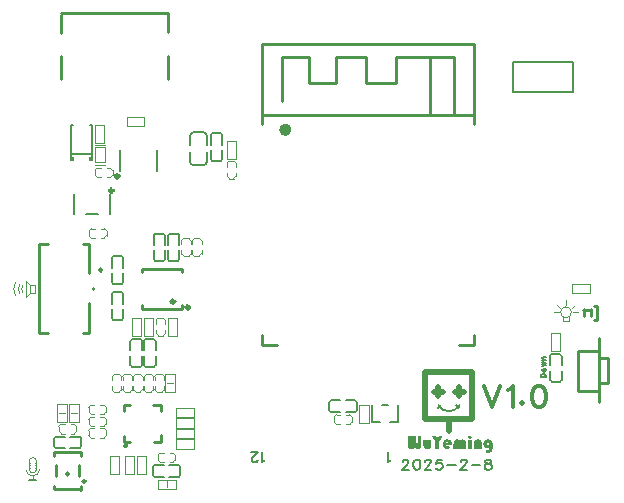
<source format=gto>
G04 Layer: TopSilkscreenLayer*
G04 EasyEDA Pro v2.2.34.8, 2025-02-19 17:22:18*
G04 Gerber Generator version 0.3*
G04 Scale: 100 percent, Rotated: No, Reflected: No*
G04 Dimensions in millimeters*
G04 Leading zeros omitted, absolute positions, 4 integers and 5 decimals*
%FSLAX45Y45*%
%MOMM*%
%ADD10C,0.18*%
%ADD11C,0.3*%
%ADD12C,0.127*%
%ADD13C,0.15*%
%ADD14C,0.1016*%
%ADD15C,0.0847*%
%ADD16C,0.0762*%
%ADD17C,0.5*%
%ADD18C,0.2*%
%ADD19C,0.1524*%
%ADD20C,0.1*%
%ADD21C,0.254*%
%ADD22C,0.2032*%
%ADD23C,0.203*%
G75*


G04 Text Start*
G36*
G01X17154024Y3515436D02*
G01X17157176Y3515194D01*
G01X17160085Y3515436D01*
G01X17164933Y3515921D01*
G01X17166873Y3516406D01*
G01X17169055Y3517133D01*
G01X17171236Y3518103D01*
G01X17173418Y3519315D01*
G01X17175600Y3520770D01*
G01X17177297Y3522224D01*
G01X17179721Y3524649D01*
G01X17181661Y3527073D01*
G01X17183115Y3528770D01*
G01X17184024Y3529436D01*
G01X17184812Y3529497D01*
G01X17185782Y3528527D01*
G01X17186994Y3526588D01*
G01X17188933Y3524164D01*
G01X17191115Y3522224D01*
G01X17192812Y3520770D01*
G01X17194024Y3519800D01*
G01X17197418Y3518103D01*
G01X17199600Y3517133D01*
G01X17202267Y3516406D01*
G01X17204691Y3515921D01*
G01X17208570Y3515436D01*
G01X17210751Y3515194D01*
G01X17212933Y3515436D01*
G01X17216812Y3515921D01*
G01X17219236Y3516649D01*
G01X17222145Y3517618D01*
G01X17224570Y3518830D01*
G01X17226751Y3520042D01*
G01X17228206Y3521012D01*
G01X17229418Y3521982D01*
G01X17233054Y3525618D01*
G01X17234267Y3527315D01*
G01X17235721Y3529497D01*
G01X17236933Y3531679D01*
G01X17237903Y3533861D01*
G01X17238630Y3535800D01*
G01X17239357Y3537982D01*
G01X17240085Y3541618D01*
G01X17240570Y3545012D01*
G01X17240812Y3585497D01*
G01X17240812Y3624770D01*
G01X17209297Y3624770D01*
G01X17209297Y3589618D01*
G01X17209054Y3553739D01*
G01X17208812Y3551800D01*
G01X17208327Y3549618D01*
G01X17207358Y3547921D01*
G01X17205176Y3546952D01*
G01X17202509Y3547194D01*
G01X17201054Y3548891D01*
G01X17200327Y3551800D01*
G01X17200085Y3589133D01*
G01X17200085Y3624770D01*
G01X17169055Y3624770D01*
G01X17168812Y3623557D01*
G01X17168570Y3587436D01*
G01X17168327Y3551800D01*
G01X17167842Y3549861D01*
G01X17166873Y3548164D01*
G01X17165418Y3547194D01*
G01X17163479Y3546709D01*
G01X17162327Y3546952D01*
G01X17161297Y3547679D01*
G01X17160085Y3549861D01*
G01X17159842Y3552285D01*
G01X17159600Y3554224D01*
G01X17159358Y3589860D01*
G01X17159358Y3624770D01*
G01X17128327Y3624770D01*
G01X17128085Y3623557D01*
G01X17127842Y3584042D01*
G01X17128085Y3545012D01*
G01X17128570Y3541133D01*
G01X17129539Y3536285D01*
G01X17130267Y3534103D01*
G01X17131236Y3531436D01*
G01X17132206Y3529497D01*
G01X17133176Y3527800D01*
G01X17134630Y3525618D01*
G01X17136327Y3523921D01*
G01X17137297Y3522709D01*
G01X17138267Y3521739D01*
G01X17139479Y3520770D01*
G01X17140933Y3519800D01*
G01X17142388Y3519073D01*
G01X17144085Y3518103D01*
G01X17146752Y3517133D01*
G01X17149418Y3516406D01*
G01X17151843Y3515921D01*
G01X17154024Y3515436D01*
G37*
G36*
G01X17359600Y3546952D02*
G01X17359600Y3518103D01*
G01X17391600Y3518103D01*
G01X17391600Y3548164D01*
G01X17392085Y3578709D01*
G01X17393297Y3580406D01*
G01X17395721Y3584285D01*
G01X17397176Y3586467D01*
G01X17399600Y3590345D01*
G01X17401054Y3592527D01*
G01X17402509Y3594951D01*
G01X17403963Y3597133D01*
G01X17406388Y3601012D01*
G01X17407842Y3603194D01*
G01X17409297Y3605618D01*
G01X17410751Y3607800D01*
G01X17413176Y3611679D01*
G01X17414630Y3613860D01*
G01X17416085Y3616285D01*
G01X17417539Y3618467D01*
G01X17419964Y3622345D01*
G01X17420933Y3624042D01*
G01X17417236Y3624588D01*
G01X17405660Y3624770D01*
G01X17393903Y3624527D01*
G01X17389660Y3623800D01*
G01X17388448Y3621860D01*
G01X17378266Y3606588D01*
G01X17376570Y3604163D01*
G01X17375115Y3603194D01*
G01X17373903Y3604648D01*
G01X17372448Y3607073D01*
G01X17362751Y3622588D01*
G01X17361054Y3624285D01*
G01X17344812Y3624770D01*
G01X17333418Y3624588D01*
G01X17329782Y3624042D01*
G01X17330751Y3622345D01*
G01X17332206Y3620164D01*
G01X17334630Y3616285D01*
G01X17336085Y3614103D01*
G01X17338509Y3610224D01*
G01X17339964Y3608042D01*
G01X17342388Y3604163D01*
G01X17343842Y3601982D01*
G01X17346267Y3598103D01*
G01X17347721Y3595921D01*
G01X17350145Y3592042D01*
G01X17353054Y3587679D01*
G01X17354509Y3585254D01*
G01X17355964Y3583073D01*
G01X17358388Y3579194D01*
G01X17359357Y3577012D01*
G01X17359600Y3546952D01*
G37*
G36*
G01X17799357Y3481982D02*
G01X17802994Y3481739D01*
G01X17806872Y3481982D01*
G01X17810751Y3482467D01*
G01X17813175Y3482952D01*
G01X17815842Y3483679D01*
G01X17818024Y3484406D01*
G01X17819963Y3485133D01*
G01X17823842Y3487073D01*
G01X17825781Y3488285D01*
G01X17827478Y3489497D01*
G01X17831115Y3492406D01*
G01X17832327Y3493618D01*
G01X17836206Y3498467D01*
G01X17837418Y3500164D01*
G01X17838630Y3502103D01*
G01X17839600Y3503800D01*
G01X17840569Y3505739D01*
G01X17841539Y3508164D01*
G01X17842509Y3510830D01*
G01X17843478Y3513982D01*
G01X17844206Y3517618D01*
G01X17844690Y3520285D01*
G01X17845175Y3525133D01*
G01X17845418Y3542588D01*
G01X17845175Y3560042D01*
G01X17844690Y3564891D01*
G01X17844206Y3568285D01*
G01X17843478Y3570709D01*
G01X17842509Y3574103D01*
G01X17841539Y3576527D01*
G01X17840812Y3578224D01*
G01X17839842Y3580164D01*
G01X17838387Y3582345D01*
G01X17836691Y3584770D01*
G01X17833781Y3587679D01*
G01X17832569Y3588648D01*
G01X17831357Y3589376D01*
G01X17829660Y3590588D01*
G01X17827721Y3591800D01*
G01X17823842Y3593739D01*
G01X17822145Y3594467D01*
G01X17820206Y3595194D01*
G01X17817539Y3595921D01*
G01X17815115Y3596406D01*
G01X17812206Y3596891D01*
G01X17809054Y3597133D01*
G01X17807357Y3597376D01*
G01X17804448Y3597376D01*
G01X17801054Y3597133D01*
G01X17799115Y3596891D01*
G01X17796691Y3596406D01*
G01X17794024Y3595679D01*
G01X17791842Y3594951D01*
G01X17789903Y3594224D01*
G01X17787963Y3593254D01*
G01X17785782Y3592042D01*
G01X17783600Y3590588D01*
G01X17781176Y3588891D01*
G01X17779479Y3587194D01*
G01X17778266Y3586224D01*
G01X17777054Y3585012D01*
G01X17775842Y3583557D01*
G01X17774388Y3581861D01*
G01X17771963Y3578467D01*
G01X17770509Y3576042D01*
G01X17769539Y3573861D01*
G01X17768812Y3572164D01*
G01X17768085Y3570224D01*
G01X17767600Y3568285D01*
G01X17766630Y3563436D01*
G01X17766145Y3559073D01*
G01X17765903Y3556648D01*
G01X17766145Y3554224D01*
G01X17766630Y3549861D01*
G01X17767115Y3547679D01*
G01X17767842Y3545255D01*
G01X17769297Y3541376D01*
G01X17770266Y3539436D01*
G01X17771236Y3537739D01*
G01X17772448Y3535800D01*
G01X17773903Y3534103D01*
G01X17775842Y3531679D01*
G01X17778266Y3529255D01*
G01X17780691Y3527315D01*
G01X17782388Y3526103D01*
G01X17784569Y3524891D01*
G01X17786509Y3523921D01*
G01X17788691Y3522952D01*
G01X17791842Y3521982D01*
G01X17794509Y3521497D01*
G01X17796206Y3521255D01*
G01X17800085Y3521012D01*
G01X17803963Y3521255D01*
G01X17806388Y3521739D01*
G01X17809054Y3522467D01*
G01X17810994Y3523194D01*
G01X17811721Y3526709D01*
G01X17811963Y3536770D01*
G01X17811963Y3550103D01*
G01X17810751Y3549618D01*
G01X17807842Y3548891D01*
G01X17804691Y3548648D01*
G01X17802266Y3549133D01*
G01X17800327Y3550103D01*
G01X17798872Y3551315D01*
G01X17797903Y3552527D01*
G01X17796933Y3554224D01*
G01X17796206Y3556164D01*
G01X17795721Y3558345D01*
G01X17795721Y3560527D01*
G01X17796206Y3562467D01*
G01X17797175Y3564648D01*
G01X17798388Y3566345D01*
G01X17799842Y3567558D01*
G01X17801539Y3568527D01*
G01X17803478Y3569254D01*
G01X17805660Y3569739D01*
G01X17807357Y3569739D01*
G01X17809539Y3569254D01*
G01X17812206Y3568042D01*
G01X17814145Y3565861D01*
G01X17815357Y3563194D01*
G01X17815842Y3560527D01*
G01X17816085Y3558588D01*
G01X17816327Y3541861D01*
G01X17816085Y3525133D01*
G01X17815600Y3520770D01*
G01X17815115Y3519073D01*
G01X17814388Y3517133D01*
G01X17813175Y3514952D01*
G01X17811236Y3512770D01*
G01X17809539Y3511073D01*
G01X17808085Y3510103D01*
G01X17806388Y3509376D01*
G01X17803478Y3508649D01*
G01X17800085Y3508164D01*
G01X17797175Y3508164D01*
G01X17794024Y3508649D01*
G01X17791600Y3509376D01*
G01X17789418Y3510346D01*
G01X17788206Y3510830D01*
G01X17788206Y3484649D01*
G01X17789418Y3484406D01*
G01X17791357Y3483921D01*
G01X17793782Y3483194D01*
G01X17797175Y3482467D01*
G01X17799357Y3481982D01*
G37*
G36*
G01X17513297Y3541618D02*
G01X17513297Y3518103D01*
G01X17542388Y3518103D01*
G01X17542388Y3539436D01*
G01X17542630Y3561497D01*
G01X17542872Y3563679D01*
G01X17543357Y3565861D01*
G01X17544327Y3567315D01*
G01X17546509Y3568285D01*
G01X17549418Y3568285D01*
G01X17550448Y3567800D01*
G01X17551115Y3566830D01*
G01X17551842Y3564406D01*
G01X17552085Y3540648D01*
G01X17552085Y3518103D01*
G01X17581176Y3518103D01*
G01X17581418Y3519315D01*
G01X17581660Y3542588D01*
G01X17582145Y3565618D01*
G01X17583115Y3567315D01*
G01X17585297Y3568285D01*
G01X17588206Y3568285D01*
G01X17589236Y3567800D01*
G01X17589903Y3566830D01*
G01X17590630Y3564891D01*
G01X17590873Y3541133D01*
G01X17590873Y3518103D01*
G01X17619963Y3518103D01*
G01X17620206Y3519315D01*
G01X17620448Y3542588D01*
G01X17620206Y3565376D01*
G01X17619721Y3571679D01*
G01X17619236Y3574103D01*
G01X17618509Y3576770D01*
G01X17617782Y3578951D01*
G01X17617054Y3580891D01*
G01X17616085Y3582830D01*
G01X17615115Y3584527D01*
G01X17612206Y3588164D01*
G01X17608812Y3591073D01*
G01X17607600Y3592042D01*
G01X17606388Y3592770D01*
G01X17604691Y3593739D01*
G01X17602751Y3594709D01*
G01X17601054Y3595436D01*
G01X17599357Y3595921D01*
G01X17597418Y3596406D01*
G01X17594994Y3596891D01*
G01X17589661Y3597133D01*
G01X17584812Y3596891D01*
G01X17582630Y3596163D01*
G01X17579964Y3595194D01*
G01X17577539Y3594224D01*
G01X17575842Y3593254D01*
G01X17574145Y3592042D01*
G01X17572206Y3590830D01*
G01X17569782Y3588891D01*
G01X17568570Y3587679D01*
G01X17567357Y3586709D01*
G01X17566691Y3586709D01*
G01X17566145Y3587194D01*
G01X17564933Y3588406D01*
G01X17561297Y3591315D01*
G01X17559600Y3592527D01*
G01X17557418Y3593739D01*
G01X17555479Y3594709D01*
G01X17553054Y3595679D01*
G01X17550388Y3596406D01*
G01X17547963Y3596891D01*
G01X17542630Y3597133D01*
G01X17537782Y3596891D01*
G01X17535357Y3596163D01*
G01X17532448Y3595194D01*
G01X17530509Y3594224D01*
G01X17528812Y3593254D01*
G01X17526872Y3592042D01*
G01X17525176Y3590830D01*
G01X17521539Y3587194D01*
G01X17519600Y3584770D01*
G01X17518388Y3583073D01*
G01X17517176Y3580891D01*
G01X17516206Y3578951D01*
G01X17515479Y3577012D01*
G01X17514751Y3574830D01*
G01X17514024Y3571679D01*
G01X17513539Y3567315D01*
G01X17513297Y3541618D01*
G37*
G36*
G01X17454388Y3516891D02*
G01X17461176Y3516649D01*
G01X17467964Y3516891D01*
G01X17470388Y3517376D01*
G01X17473054Y3518103D01*
G01X17476933Y3519558D01*
G01X17479115Y3520527D01*
G01X17481054Y3521497D01*
G01X17482994Y3522709D01*
G01X17485176Y3524164D01*
G01X17486630Y3525376D01*
G01X17486812Y3525861D01*
G01X17486388Y3526346D01*
G01X17471842Y3543800D01*
G01X17470630Y3544770D01*
G01X17470145Y3544952D01*
G01X17469661Y3544527D01*
G01X17468206Y3543315D01*
G01X17466509Y3542345D01*
G01X17464570Y3541618D01*
G01X17461176Y3541376D01*
G01X17458024Y3541861D01*
G01X17455842Y3543073D01*
G01X17454388Y3544527D01*
G01X17453661Y3545739D01*
G01X17452448Y3547436D01*
G01X17451479Y3549861D01*
G01X17450509Y3553739D01*
G01X17450267Y3558830D01*
G01X17450509Y3563436D01*
G01X17450994Y3565133D01*
G01X17451721Y3567073D01*
G01X17452933Y3569254D01*
G01X17454145Y3570951D01*
G01X17455115Y3571921D01*
G01X17456812Y3573133D01*
G01X17459236Y3574103D01*
G01X17461661Y3574588D01*
G01X17464570Y3574588D01*
G01X17466994Y3573861D01*
G01X17468448Y3572891D01*
G01X17469661Y3571679D01*
G01X17470630Y3570224D01*
G01X17471600Y3568285D01*
G01X17471842Y3566588D01*
G01X17464570Y3566103D01*
G01X17457539Y3566103D01*
G01X17457297Y3564648D01*
G01X17456812Y3562467D01*
G01X17456327Y3560527D01*
G01X17456085Y3557376D01*
G01X17456327Y3554709D01*
G01X17456812Y3553012D01*
G01X17462509Y3552285D01*
G01X17479115Y3552042D01*
G01X17495660Y3552285D01*
G01X17501176Y3553012D01*
G01X17501418Y3554709D01*
G01X17501660Y3558345D01*
G01X17501418Y3561982D01*
G01X17500933Y3565861D01*
G01X17500448Y3567800D01*
G01X17499721Y3570224D01*
G01X17498751Y3572891D01*
G01X17497782Y3575073D01*
G01X17496812Y3577012D01*
G01X17495842Y3578709D01*
G01X17493903Y3581618D01*
G01X17492933Y3582830D01*
G01X17488085Y3587679D01*
G01X17486388Y3589133D01*
G01X17482024Y3592042D01*
G01X17477660Y3594224D01*
G01X17475721Y3594951D01*
G01X17473539Y3595679D01*
G01X17470630Y3596406D01*
G01X17467964Y3596891D01*
G01X17464085Y3597376D01*
G01X17460691Y3597618D01*
G01X17457297Y3597376D01*
G01X17453418Y3596891D01*
G01X17451236Y3596406D01*
G01X17448812Y3595679D01*
G01X17446630Y3594951D01*
G01X17444691Y3594224D01*
G01X17442752Y3593254D01*
G01X17440570Y3592042D01*
G01X17438388Y3590588D01*
G01X17435964Y3588891D01*
G01X17434267Y3587194D01*
G01X17432812Y3585982D01*
G01X17431600Y3584770D01*
G01X17430630Y3583557D01*
G01X17429176Y3581861D01*
G01X17426751Y3578467D01*
G01X17425297Y3576042D01*
G01X17424085Y3573618D01*
G01X17423115Y3570951D01*
G01X17422145Y3568042D01*
G01X17421418Y3564891D01*
G01X17420933Y3561982D01*
G01X17420691Y3555679D01*
G01X17420933Y3549861D01*
G01X17421418Y3547436D01*
G01X17422145Y3544770D01*
G01X17422873Y3542588D01*
G01X17423600Y3540648D01*
G01X17424327Y3538952D01*
G01X17425297Y3537012D01*
G01X17426509Y3535073D01*
G01X17427479Y3533618D01*
G01X17428448Y3532406D01*
G01X17429903Y3530467D01*
G01X17432812Y3527558D01*
G01X17436206Y3524649D01*
G01X17437418Y3523679D01*
G01X17439115Y3522709D01*
G01X17441297Y3521497D01*
G01X17445176Y3519558D01*
G01X17447842Y3518588D01*
G01X17450751Y3517861D01*
G01X17452933Y3517376D01*
G01X17454388Y3516891D01*
G37*
G36*
G01X17289055Y3515436D02*
G01X17292449Y3515194D01*
G01X17295358Y3515436D01*
G01X17299236Y3515921D01*
G01X17301418Y3516406D01*
G01X17303842Y3517133D01*
G01X17306267Y3518103D01*
G01X17308691Y3519315D01*
G01X17310630Y3520527D01*
G01X17312085Y3521497D01*
G01X17313297Y3522467D01*
G01X17315236Y3523921D01*
G01X17316933Y3525618D01*
G01X17318388Y3527558D01*
G01X17319842Y3529255D01*
G01X17320812Y3530467D01*
G01X17321782Y3531921D01*
G01X17323721Y3535800D01*
G01X17324691Y3537982D01*
G01X17325661Y3540891D01*
G01X17326388Y3544042D01*
G01X17326873Y3546952D01*
G01X17327115Y3571436D01*
G01X17327115Y3594709D01*
G01X17298024Y3594709D01*
G01X17298024Y3571194D01*
G01X17297539Y3546952D01*
G01X17296570Y3545497D01*
G01X17294388Y3544527D01*
G01X17291236Y3544285D01*
G01X17289055Y3545012D01*
G01X17287842Y3546709D01*
G01X17287115Y3549376D01*
G01X17286873Y3572891D01*
G01X17286873Y3594709D01*
G01X17257782Y3594709D01*
G01X17257782Y3571679D01*
G01X17258024Y3547921D01*
G01X17258509Y3544042D01*
G01X17258994Y3541618D01*
G01X17259721Y3538952D01*
G01X17260448Y3536770D01*
G01X17261176Y3534830D01*
G01X17263115Y3530952D01*
G01X17264085Y3529497D01*
G01X17265539Y3527558D01*
G01X17269661Y3523436D01*
G01X17270873Y3522467D01*
G01X17272570Y3521255D01*
G01X17274509Y3520042D01*
G01X17278388Y3518103D01*
G01X17280327Y3517376D01*
G01X17284206Y3516406D01*
G01X17289055Y3515436D01*
G37*
G36*
G01X17683963Y3541376D02*
G01X17683963Y3518103D01*
G01X17713054Y3518103D01*
G01X17713054Y3541376D01*
G01X17713539Y3565618D01*
G01X17714509Y3567315D01*
G01X17716691Y3568285D01*
G01X17719600Y3568527D01*
G01X17722024Y3567558D01*
G01X17722994Y3566467D01*
G01X17723479Y3565133D01*
G01X17723963Y3562951D01*
G01X17724206Y3540164D01*
G01X17724206Y3518103D01*
G01X17753297Y3518103D01*
G01X17753297Y3540891D01*
G01X17753054Y3564406D01*
G01X17752570Y3568285D01*
G01X17751600Y3573133D01*
G01X17750873Y3575315D01*
G01X17749903Y3577739D01*
G01X17748933Y3579921D01*
G01X17747963Y3581618D01*
G01X17746751Y3583315D01*
G01X17745054Y3585739D01*
G01X17742145Y3588648D01*
G01X17740691Y3589860D01*
G01X17739236Y3590830D01*
G01X17737539Y3592042D01*
G01X17735600Y3593254D01*
G01X17733660Y3594224D01*
G01X17730994Y3595194D01*
G01X17727842Y3596163D01*
G01X17723963Y3596891D01*
G01X17720812Y3597133D01*
G01X17719115Y3597376D01*
G01X17716206Y3597376D01*
G01X17712085Y3596891D01*
G01X17709418Y3596406D01*
G01X17707236Y3595679D01*
G01X17704812Y3594709D01*
G01X17702630Y3593739D01*
G01X17700933Y3592770D01*
G01X17699236Y3591557D01*
G01X17697539Y3590103D01*
G01X17695115Y3588164D01*
G01X17693903Y3586951D01*
G01X17691478Y3584042D01*
G01X17690509Y3582830D01*
G01X17689539Y3581133D01*
G01X17688327Y3578951D01*
G01X17687357Y3577012D01*
G01X17686388Y3574830D01*
G01X17685418Y3571921D01*
G01X17684691Y3568285D01*
G01X17684206Y3565376D01*
G01X17683963Y3541376D01*
G37*
G36*
G01X17637418Y3556891D02*
G01X17637418Y3518103D01*
G01X17666509Y3518103D01*
G01X17666509Y3595679D01*
G01X17637418Y3595679D01*
G01X17637418Y3556891D01*
G37*
G36*
G01X17651721Y3602709D02*
G01X17653176Y3602709D01*
G01X17656085Y3603194D01*
G01X17658509Y3603921D01*
G01X17660206Y3604891D01*
G01X17661660Y3605860D01*
G01X17663115Y3607557D01*
G01X17664569Y3609497D01*
G01X17665539Y3611436D01*
G01X17666266Y3614345D01*
G01X17666509Y3617982D01*
G01X17666024Y3620891D01*
G01X17665054Y3623073D01*
G01X17663842Y3624770D01*
G01X17662630Y3625982D01*
G01X17660933Y3627436D01*
G01X17658994Y3628648D01*
G01X17656812Y3629618D01*
G01X17653660Y3630345D01*
G01X17650994Y3630588D01*
G01X17649297Y3630345D01*
G01X17647115Y3629618D01*
G01X17644933Y3628648D01*
G01X17643479Y3627679D01*
G01X17641054Y3625254D01*
G01X17639842Y3623800D01*
G01X17638873Y3622103D01*
G01X17638145Y3619679D01*
G01X17637660Y3617254D01*
G01X17637660Y3614588D01*
G01X17638388Y3611679D01*
G01X17639357Y3609497D01*
G01X17640569Y3607800D01*
G01X17641782Y3606588D01*
G01X17643236Y3605376D01*
G01X17645176Y3604406D01*
G01X17647600Y3603436D01*
G01X17650266Y3602951D01*
G01X17651721Y3602709D01*
G37*
G54D10*
G01X17082008Y3405886D02*
G01X17082008Y3409950D01*
G01X17086072Y3418332D01*
G01X17090136Y3422396D01*
G01X17098518Y3426460D01*
G01X17115028Y3426460D01*
G01X17123156Y3422396D01*
G01X17127220Y3418332D01*
G01X17131538Y3409950D01*
G01X17131538Y3401822D01*
G01X17127220Y3393440D01*
G01X17119092Y3381248D01*
G01X17077690Y3339846D01*
G01X17135602Y3339846D01*
G01X17198086Y3426460D02*
G01X17185894Y3422396D01*
G01X17177512Y3409950D01*
G01X17173448Y3389376D01*
G01X17173448Y3376930D01*
G01X17177512Y3356356D01*
G01X17185894Y3343910D01*
G01X17198086Y3339846D01*
G01X17206468Y3339846D01*
G01X17218660Y3343910D01*
G01X17227042Y3356356D01*
G01X17231106Y3376930D01*
G01X17231106Y3389376D01*
G01X17227042Y3409950D01*
G01X17218660Y3422396D01*
G01X17206468Y3426460D01*
G01X17198086Y3426460D01*
G01X17273016Y3405886D02*
G01X17273016Y3409950D01*
G01X17277080Y3418332D01*
G01X17281398Y3422396D01*
G01X17289526Y3426460D01*
G01X17306036Y3426460D01*
G01X17314164Y3422396D01*
G01X17318482Y3418332D01*
G01X17322546Y3409950D01*
G01X17322546Y3401822D01*
G01X17318482Y3393440D01*
G01X17310100Y3381248D01*
G01X17268952Y3339846D01*
G01X17326610Y3339846D01*
G01X17413986Y3426460D02*
G01X17372584Y3426460D01*
G01X17368520Y3389376D01*
G01X17372584Y3393440D01*
G01X17385030Y3397504D01*
G01X17397476Y3397504D01*
G01X17409668Y3393440D01*
G01X17418050Y3385312D01*
G01X17422114Y3372866D01*
G01X17422114Y3364738D01*
G01X17418050Y3352292D01*
G01X17409668Y3343910D01*
G01X17397476Y3339846D01*
G01X17385030Y3339846D01*
G01X17372584Y3343910D01*
G01X17368520Y3348228D01*
G01X17364456Y3356356D01*
G01X17459960Y3376930D02*
G01X17534128Y3376930D01*
G01X17576038Y3405886D02*
G01X17576038Y3409950D01*
G01X17580102Y3418332D01*
G01X17584420Y3422396D01*
G01X17592548Y3426460D01*
G01X17609058Y3426460D01*
G01X17617186Y3422396D01*
G01X17621504Y3418332D01*
G01X17625568Y3409950D01*
G01X17625568Y3401822D01*
G01X17621504Y3393440D01*
G01X17613122Y3381248D01*
G01X17571974Y3339846D01*
G01X17629632Y3339846D01*
G01X17667478Y3376930D02*
G01X17741646Y3376930D01*
G01X17800066Y3426460D02*
G01X17787620Y3422396D01*
G01X17783556Y3414014D01*
G01X17783556Y3405886D01*
G01X17787620Y3397504D01*
G01X17796002Y3393440D01*
G01X17812512Y3389376D01*
G01X17824704Y3385312D01*
G01X17833086Y3376930D01*
G01X17837150Y3368802D01*
G01X17837150Y3356356D01*
G01X17833086Y3348228D01*
G01X17829022Y3343910D01*
G01X17816576Y3339846D01*
G01X17800066Y3339846D01*
G01X17787620Y3343910D01*
G01X17783556Y3348228D01*
G01X17779492Y3356356D01*
G01X17779492Y3368802D01*
G01X17783556Y3376930D01*
G01X17791938Y3385312D01*
G01X17804130Y3389376D01*
G01X17820640Y3393440D01*
G01X17829022Y3397504D01*
G01X17833086Y3405886D01*
G01X17833086Y3414014D01*
G01X17829022Y3422396D01*
G01X17816576Y3426460D01*
G01X17800066Y3426460D01*
G54D11*
G01X17769586Y4048506D02*
G01X17837150Y3871468D01*
G01X17904714Y4048506D02*
G01X17837150Y3871468D01*
G01X17975326Y4014724D02*
G01X17992090Y4023360D01*
G01X18017490Y4048506D01*
G01X18017490Y3871468D01*
G01X18096484Y3913632D02*
G01X18088102Y3904996D01*
G01X18096484Y3896614D01*
G01X18104866Y3904996D01*
G01X18096484Y3913632D01*
G01X18226024Y4048506D02*
G01X18200624Y4040124D01*
G01X18183860Y4014724D01*
G01X18175478Y3972560D01*
G01X18175478Y3947414D01*
G01X18183860Y3904996D01*
G01X18200624Y3879850D01*
G01X18226024Y3871468D01*
G01X18242788Y3871468D01*
G01X18268188Y3879850D01*
G01X18284952Y3904996D01*
G01X18293588Y3947414D01*
G01X18293588Y3972560D01*
G01X18284952Y4014724D01*
G01X18268188Y4040124D01*
G01X18242788Y4048506D01*
G01X18226024Y4048506D01*
G54D12*
G01X18251424Y4121150D02*
G01X18293080Y4121150D01*
G01X18251424Y4121150D02*
G01X18251424Y4135120D01*
G01X18253456Y4140962D01*
G01X18257520Y4145026D01*
G01X18261330Y4147058D01*
G01X18267426Y4148836D01*
G01X18277332Y4148836D01*
G01X18283174Y4147058D01*
G01X18287238Y4145026D01*
G01X18291302Y4140962D01*
G01X18293080Y4135120D01*
G01X18293080Y4121150D01*
G01X18265394Y4181094D02*
G01X18267426Y4177030D01*
G01X18271236Y4172966D01*
G01X18277332Y4171188D01*
G01X18281142Y4171188D01*
G01X18287238Y4172966D01*
G01X18291302Y4177030D01*
G01X18293080Y4181094D01*
G01X18293080Y4186936D01*
G01X18291302Y4191000D01*
G01X18287238Y4194810D01*
G01X18281142Y4196842D01*
G01X18277332Y4196842D01*
G01X18271236Y4194810D01*
G01X18267426Y4191000D01*
G01X18265394Y4186936D01*
G01X18265394Y4181094D01*
G01X18265394Y4219194D02*
G01X18293080Y4227068D01*
G01X18265394Y4234942D02*
G01X18293080Y4227068D01*
G01X18265394Y4234942D02*
G01X18293080Y4242816D01*
G01X18265394Y4250944D02*
G01X18293080Y4242816D01*
G01X18265394Y4273296D02*
G01X18293080Y4273296D01*
G01X18273268Y4273296D02*
G01X18267426Y4279138D01*
G01X18265394Y4283202D01*
G01X18265394Y4289044D01*
G01X18267426Y4293108D01*
G01X18273268Y4294886D01*
G01X18293080Y4294886D01*
G54D13*
G01X16982965Y3421888D02*
G01X16974583Y3417570D01*
G01X16961883Y3404870D01*
G01X16961883Y3493516D01*
G01X15916165Y3421888D02*
G01X15907783Y3417570D01*
G01X15895083Y3404870D01*
G01X15895083Y3493516D01*
G01X15855713Y3425952D02*
G01X15855713Y3421888D01*
G01X15851395Y3413506D01*
G01X15847077Y3409188D01*
G01X15838695Y3404870D01*
G01X15821931Y3404870D01*
G01X15813549Y3409188D01*
G01X15809231Y3413506D01*
G01X15804913Y3421888D01*
G01X15804913Y3430270D01*
G01X15809231Y3438652D01*
G01X15817613Y3451352D01*
G01X15859777Y3493516D01*
G01X15800849Y3493516D01*
G04 Text End*

G04 PolygonModel Start*
G54D14*
G01X13893800Y3340100D02*
G03X14008100Y3340100I57150J5065D01*
G01X13950950Y3287791D02*
G01X13950950Y3256260D01*
G54D12*
G01X13919200Y3251200D02*
G01X13982700Y3251200D01*
G54D16*
G01X13919200Y3378212D02*
G01X13931900Y3378212D01*
G01X13919200Y3401072D02*
G01X13931900Y3401072D01*
G01X13919200Y3355352D02*
G01X13931900Y3355352D01*
G01X13982700Y3401007D02*
G01X13970000Y3401007D01*
G01X13982700Y3378147D02*
G01X13970000Y3378147D01*
G01X13982700Y3355287D02*
G01X13970000Y3355287D01*
G01X13919200Y3340100D02*
G01X13919200Y3416300D01*
G02X13982700Y3416300I31750J-6350D01*
G01X13982700Y3340100D01*
G02X13919200Y3340100I-31750J6350D01*
G54D14*
G01X13868400Y4902200D02*
G03X13868400Y4838700I31750J-31750D01*
G01X13843000Y4914900D02*
G03X13843000Y4826000I57150J-44450D01*
G01X13804900Y4927600D02*
G03X13804900Y4813300I107950J-57150D01*
G01X13931900Y4902200D02*
G01X13931900Y4838700D01*
G01X13893800Y4800600D01*
G01X13893800Y4940300D01*
G01X13931900Y4902200D01*
G01X13931900Y4902200D02*
G01X13970000Y4902200D01*
G01X13970000Y4838700D01*
G01X13931900Y4838700D01*
G01X18440400Y4635500D02*
G01X18440400Y4597400D01*
G01X18491200Y4597400D01*
G01X18491200Y4635500D01*
G01X18415000Y4711700D02*
G01X18389600Y4737100D01*
G01X18542000Y4737100D02*
G01X18516600Y4711700D01*
G01X18465800Y4737100D02*
G01X18465800Y4775200D01*
G01X18529300Y4673600D02*
G01X18567400Y4673600D01*
G01X18364764Y4673600D02*
G01X18402864Y4673600D01*
G54D17*
G01X17348200Y4000500D02*
G01X17424400Y4000500D01*
G01X17526000Y4000500D02*
G01X17602200Y4000500D01*
G54D18*
G01X17386300Y3886200D02*
G03X17564100Y3886200I88900J52388D01*
G01X17411700Y3886200D02*
G01X17386300Y3860800D01*
G01X17538700Y3886200D02*
G01X17564100Y3860800D01*
G54D17*
G01X17386300Y4037800D02*
G01X17386300Y3961600D01*
G01X17564100Y4037800D02*
G01X17564100Y3961600D01*
G01X17472000Y3765600D02*
G01X17472000Y3665600D01*
G54D19*
G01X15314323Y6196902D02*
G01X15394325Y6196902D01*
G01X15283337Y6085926D02*
G01X15283337Y6165924D01*
G01X15425303Y6085926D02*
G01X15425303Y6165924D01*
G01X15282756Y6028337D02*
G01X15282756Y5948337D01*
G01X15313739Y5917354D02*
G01X15393736Y5917354D01*
G01X15424716Y6028337D02*
G01X15424716Y5948337D01*
G01X15313739Y5917349D02*
G02X15282756Y5948332I0J30983D01*
G01X15424722Y5948332D02*
G02X15393736Y5917349I-30983J0D01*
G01X15283337Y6165919D02*
G02X15314323Y6196902I30983J0D01*
G01X15394320Y6196902D02*
G02X15425303Y6165919I0J-30983D01*
G01X15456840Y6172230D02*
G01X15456840Y6093221D01*
G01X15556560Y6093221D02*
G01X15556560Y6172230D01*
G01X15541320Y6187470D02*
G01X15472080Y6187470D01*
G01X15456840Y5968970D02*
G01X15456840Y6047979D01*
G01X15556560Y6047979D02*
G01X15556560Y5968970D01*
G01X15541320Y5953730D02*
G01X15472080Y5953730D01*
G01X15556560Y6172230D02*
G03X15541320Y6187470I-15240J0D01*
G01X15472080Y6187470D02*
G03X15456840Y6172230I0J-15240D01*
G01X15556560Y5968970D02*
G02X15541320Y5953730I-15240J0D01*
G01X15472080Y5953730D02*
G02X15456840Y5968970I0J15240D01*
G54D20*
G01X15653700Y5955100D02*
G01X15613700Y5955100D01*
G01X15613700Y5955100D02*
G03X15593700Y5935100I0J-20000D01*
G01X15673700Y5935100D02*
G03X15653700Y5955100I-20000J0D01*
G01X15593700Y5935100D02*
G01X15593700Y5905100D01*
G01X15673700Y5935100D02*
G01X15673700Y5905100D01*
G01X15673700Y5825100D02*
G01X15673700Y5855100D01*
G01X15593700Y5825100D02*
G01X15593700Y5855100D01*
G01X15653700Y5805100D02*
G03X15673700Y5825100I0J20000D01*
G01X15593700Y5825100D02*
G03X15613700Y5805100I20000J0D01*
G01X15613700Y5805100D02*
G01X15653700Y5805100D01*
G01X14629200Y5834700D02*
G01X14629200Y5874700D01*
G01X14629200Y5874700D02*
G03X14609200Y5894700I-20000J0D01*
G01X14609200Y5814700D02*
G03X14629200Y5834700I0J20000D01*
G01X14609200Y5894700D02*
G01X14579200Y5894700D01*
G01X14609200Y5814700D02*
G01X14579200Y5814700D01*
G01X14499200Y5814700D02*
G01X14529200Y5814700D01*
G01X14499200Y5894700D02*
G01X14529200Y5894700D01*
G01X14479200Y5834700D02*
G03X14499200Y5814700I20000J0D01*
G01X14499200Y5894700D02*
G03X14479200Y5874700I0J-20000D01*
G01X14479200Y5874700D02*
G01X14479200Y5834700D01*
G01X14426604Y5361994D02*
G01X14426604Y5321993D01*
G01X14426604Y5321993D02*
G03X14446604Y5301993I20000J0D01*
G01X14446604Y5381994D02*
G03X14426604Y5361994I0J-20000D01*
G01X14446604Y5301993D02*
G01X14476604Y5301993D01*
G01X14446604Y5381994D02*
G01X14476604Y5381994D01*
G01X14556604Y5381994D02*
G01X14526604Y5381994D01*
G01X14556604Y5301993D02*
G01X14526604Y5301993D01*
G01X14576604Y5361994D02*
G03X14556604Y5381994I-20000J0D01*
G01X14556604Y5301993D02*
G03X14576604Y5321993I0J20000D01*
G01X14576604Y5321993D02*
G01X14576604Y5361994D01*
G54D19*
G01X18329913Y4303740D02*
G01X18329913Y4224731D01*
G01X18429633Y4224731D02*
G01X18429633Y4303740D01*
G01X18414393Y4318980D02*
G01X18345153Y4318980D01*
G01X18329913Y4100479D02*
G01X18329913Y4179489D01*
G01X18429633Y4179489D02*
G01X18429633Y4100479D01*
G01X18414393Y4085239D02*
G01X18345153Y4085239D01*
G01X18429633Y4303740D02*
G03X18414393Y4318980I-15240J0D01*
G01X18345153Y4318980D02*
G03X18329913Y4303740I0J-15240D01*
G01X18429633Y4100479D02*
G02X18414393Y4085239I-15240J0D01*
G01X18345153Y4085239D02*
G02X18329913Y4100479I0J15240D01*
G01X16679721Y3928034D02*
G01X16600711Y3928034D01*
G01X16600711Y3828314D02*
G01X16679721Y3828314D01*
G01X16694961Y3843554D02*
G01X16694961Y3912794D01*
G01X16476460Y3928034D02*
G01X16555469Y3928034D01*
G01X16555469Y3828314D02*
G01X16476460Y3828314D01*
G01X16461220Y3843554D02*
G01X16461220Y3912794D01*
G01X16679721Y3828314D02*
G03X16694961Y3843554I0J15240D01*
G01X16694961Y3912794D02*
G03X16679721Y3928034I-15240J0D01*
G01X16476460Y3828314D02*
G02X16461220Y3843554I0J15240D01*
G01X16461220Y3912794D02*
G02X16476460Y3928034I15240J0D01*
G54D20*
G01X16503090Y3783874D02*
G01X16503090Y3743874D01*
G01X16503090Y3743874D02*
G03X16523090Y3723874I20000J0D01*
G01X16523090Y3803874D02*
G03X16503090Y3783874I0J-20000D01*
G01X16523090Y3723874D02*
G01X16553090Y3723874D01*
G01X16523090Y3803874D02*
G01X16553090Y3803874D01*
G01X16633090Y3803874D02*
G01X16603090Y3803874D01*
G01X16633090Y3723874D02*
G01X16603090Y3723874D01*
G01X16653090Y3783874D02*
G03X16633090Y3803874I-20000J0D01*
G01X16633090Y3723874D02*
G03X16653090Y3743874I0J20000D01*
G01X16653090Y3743874D02*
G01X16653090Y3783874D01*
G01X14573722Y3631762D02*
G01X14573722Y3671762D01*
G01X14573722Y3671762D02*
G03X14553722Y3691762I-20000J0D01*
G01X14553722Y3611762D02*
G03X14573722Y3631762I0J20000D01*
G01X14553722Y3691762D02*
G01X14523722Y3691762D01*
G01X14553722Y3611762D02*
G01X14523722Y3611762D01*
G01X14443722Y3611762D02*
G01X14473722Y3611762D01*
G01X14443722Y3691762D02*
G01X14473722Y3691762D01*
G01X14423722Y3631762D02*
G03X14443722Y3611762I20000J0D01*
G01X14443722Y3691762D02*
G03X14423722Y3671762I0J-20000D01*
G01X14423722Y3671762D02*
G01X14423722Y3631762D01*
G01X14573722Y3726819D02*
G01X14573722Y3766819D01*
G01X14573722Y3766819D02*
G03X14553722Y3786819I-20000J0D01*
G01X14553722Y3706819D02*
G03X14573722Y3726819I0J20000D01*
G01X14553722Y3786819D02*
G01X14523722Y3786819D01*
G01X14553722Y3706819D02*
G01X14523722Y3706819D01*
G01X14443722Y3706819D02*
G01X14473722Y3706819D01*
G01X14443722Y3786819D02*
G01X14473722Y3786819D01*
G01X14423722Y3726819D02*
G03X14443722Y3706819I20000J0D01*
G01X14443722Y3786819D02*
G03X14423722Y3766819I0J-20000D01*
G01X14423722Y3766819D02*
G01X14423722Y3726819D01*
G54D19*
G01X14983120Y3280388D02*
G01X15062129Y3280388D01*
G01X15062129Y3380109D02*
G01X14983120Y3380109D01*
G01X14967880Y3364869D02*
G01X14967880Y3295628D01*
G01X15186381Y3280388D02*
G01X15107371Y3280388D01*
G01X15107371Y3380109D02*
G01X15186381Y3380109D01*
G01X15201621Y3364869D02*
G01X15201621Y3295628D01*
G01X14983120Y3380109D02*
G03X14967880Y3364869I0J-15240D01*
G01X14967880Y3295628D02*
G03X14983120Y3280388I15240J0D01*
G01X15186381Y3380109D02*
G02X15201621Y3364869I0J-15240D01*
G01X15201621Y3295628D02*
G02X15186381Y3280388I-15240J0D01*
G54D20*
G01X15159750Y3424549D02*
G01X15159750Y3464549D01*
G01X15159750Y3464549D02*
G03X15139750Y3484549I-20000J0D01*
G01X15139750Y3404549D02*
G03X15159750Y3424549I0J20000D01*
G01X15139750Y3484549D02*
G01X15109750Y3484549D01*
G01X15139750Y3404549D02*
G01X15109750Y3404549D01*
G01X15029750Y3404549D02*
G01X15059750Y3404549D01*
G01X15029750Y3484549D02*
G01X15059750Y3484549D01*
G01X15009750Y3424549D02*
G03X15029750Y3404549I20000J0D01*
G01X15029750Y3484549D02*
G03X15009750Y3464549I0J-20000D01*
G01X15009750Y3464549D02*
G01X15009750Y3424549D01*
G54D19*
G01X14144920Y3521688D02*
G01X14223929Y3521688D01*
G01X14223929Y3621409D02*
G01X14144920Y3621409D01*
G01X14129680Y3606169D02*
G01X14129680Y3536928D01*
G01X14348181Y3521688D02*
G01X14269171Y3521688D01*
G01X14269171Y3621409D02*
G01X14348181Y3621409D01*
G01X14363421Y3606169D02*
G01X14363421Y3536928D01*
G01X14144920Y3621409D02*
G03X14129680Y3606169I0J-15240D01*
G01X14129680Y3536928D02*
G03X14144920Y3521688I15240J0D01*
G01X14348181Y3621409D02*
G02X14363421Y3606169I0J-15240D01*
G01X14363421Y3536928D02*
G02X14348181Y3521688I-15240J0D01*
G54D20*
G01X14321550Y3665849D02*
G01X14321550Y3705849D01*
G01X14321550Y3705849D02*
G03X14301550Y3725849I-20000J0D01*
G01X14301550Y3645849D02*
G03X14321550Y3665849I0J20000D01*
G01X14301550Y3725849D02*
G01X14271550Y3725849D01*
G01X14301550Y3645849D02*
G01X14271550Y3645849D01*
G01X14191550Y3645849D02*
G01X14221550Y3645849D01*
G01X14191550Y3725849D02*
G01X14221550Y3725849D01*
G01X14171550Y3665849D02*
G03X14191550Y3645849I20000J0D01*
G01X14191550Y3725849D02*
G03X14171550Y3705849I0J-20000D01*
G01X14171550Y3705849D02*
G01X14171550Y3665849D01*
G01X14573722Y3829181D02*
G01X14573722Y3869181D01*
G01X14573722Y3869181D02*
G03X14553722Y3889181I-20000J0D01*
G01X14553722Y3809181D02*
G03X14573722Y3829181I0J20000D01*
G01X14553722Y3889181D02*
G01X14523722Y3889181D01*
G01X14553722Y3809181D02*
G01X14523722Y3809181D01*
G01X14443722Y3809181D02*
G01X14473722Y3809181D01*
G01X14443722Y3889181D02*
G01X14473722Y3889181D01*
G01X14423722Y3829181D02*
G03X14443722Y3809181I20000J0D01*
G01X14443722Y3889181D02*
G03X14423722Y3869181I0J-20000D01*
G01X14423722Y3869181D02*
G01X14423722Y3829181D01*
G01X14642383Y3998568D02*
G01X14682384Y3998568D01*
G01X14682384Y3998568D02*
G03X14702384Y4018568I0J20000D01*
G01X14622384Y4018568D02*
G03X14642383Y3998568I20000J0D01*
G01X14702384Y4018568D02*
G01X14702384Y4048568D01*
G01X14622384Y4018568D02*
G01X14622384Y4048568D01*
G01X14622384Y4128568D02*
G01X14622384Y4098568D01*
G01X14702384Y4128568D02*
G01X14702384Y4098568D01*
G01X14642383Y4148568D02*
G03X14622384Y4128568I0J-20000D01*
G01X14702384Y4128568D02*
G03X14682384Y4148568I-20000J0D01*
G01X14682384Y4148568D02*
G01X14642383Y4148568D01*
G54D19*
G01X14718360Y4927570D02*
G01X14718360Y5006579D01*
G01X14618640Y5006579D02*
G01X14618640Y4927570D01*
G01X14633880Y4912330D02*
G01X14703120Y4912330D01*
G01X14718360Y5130830D02*
G01X14718360Y5051821D01*
G01X14618640Y5051821D02*
G01X14618640Y5130830D01*
G01X14633880Y5146070D02*
G01X14703120Y5146070D01*
G01X14618640Y4927570D02*
G03X14633880Y4912330I15240J0D01*
G01X14703120Y4912330D02*
G03X14718360Y4927570I0J15240D01*
G01X14618640Y5130830D02*
G02X14633880Y5146070I15240J0D01*
G01X14703120Y5146070D02*
G02X14718360Y5130830I0J-15240D01*
G54D20*
G01X14732722Y3998239D02*
G01X14772722Y3998239D01*
G01X14772722Y3998239D02*
G03X14792722Y4018239I0J20000D01*
G01X14712722Y4018239D02*
G03X14732722Y3998239I20000J0D01*
G01X14792722Y4018239D02*
G01X14792722Y4048239D01*
G01X14712722Y4018239D02*
G01X14712722Y4048239D01*
G01X14712722Y4128239D02*
G01X14712722Y4098239D01*
G01X14792722Y4128239D02*
G01X14792722Y4098239D01*
G01X14732722Y4148239D02*
G03X14712722Y4128239I0J-20000D01*
G01X14792722Y4128239D02*
G03X14772722Y4148239I-20000J0D01*
G01X14772722Y4148239D02*
G01X14732722Y4148239D01*
G01X14822942Y3998332D02*
G01X14862942Y3998332D01*
G01X14862942Y3998332D02*
G03X14882942Y4018332I0J20000D01*
G01X14802942Y4018332D02*
G03X14822942Y3998332I20000J0D01*
G01X14882942Y4018332D02*
G01X14882942Y4048332D01*
G01X14802942Y4018332D02*
G01X14802942Y4048332D01*
G01X14802942Y4128332D02*
G01X14802942Y4098332D01*
G01X14882942Y4128332D02*
G01X14882942Y4098332D01*
G01X14822942Y4148332D02*
G03X14802942Y4128332I0J-20000D01*
G01X14882942Y4128332D02*
G03X14862942Y4148332I-20000J0D01*
G01X14862942Y4148332D02*
G01X14822942Y4148332D01*
G54D19*
G01X14876996Y4226700D02*
G01X14876996Y4305709D01*
G01X14777275Y4305709D02*
G01X14777275Y4226700D01*
G01X14792515Y4211460D02*
G01X14861756Y4211460D01*
G01X14876996Y4429961D02*
G01X14876996Y4350952D01*
G01X14777275Y4350952D02*
G01X14777275Y4429961D01*
G01X14792515Y4445201D02*
G01X14861756Y4445201D01*
G01X14777275Y4226700D02*
G03X14792515Y4211460I15240J0D01*
G01X14861756Y4211460D02*
G03X14876996Y4226700I0J15240D01*
G01X14777275Y4429961D02*
G02X14792515Y4445201I15240J0D01*
G01X14861756Y4445201D02*
G02X14876996Y4429961I0J-15240D01*
G01X14718360Y4622770D02*
G01X14718360Y4701779D01*
G01X14618640Y4701779D02*
G01X14618640Y4622770D01*
G01X14633880Y4607530D02*
G01X14703120Y4607530D01*
G01X14718360Y4826030D02*
G01X14718360Y4747021D01*
G01X14618640Y4747021D02*
G01X14618640Y4826030D01*
G01X14633880Y4841270D02*
G01X14703120Y4841270D01*
G01X14618640Y4622770D02*
G03X14633880Y4607530I15240J0D01*
G01X14703120Y4607530D02*
G03X14718360Y4622770I0J15240D01*
G01X14618640Y4826030D02*
G02X14633880Y4841270I15240J0D01*
G01X14703120Y4841270D02*
G02X14718360Y4826030I0J-15240D01*
G54D20*
G01X14913398Y3998407D02*
G01X14953398Y3998407D01*
G01X14953398Y3998407D02*
G03X14973398Y4018407I0J20000D01*
G01X14893398Y4018407D02*
G03X14913398Y3998407I20000J0D01*
G01X14973398Y4018407D02*
G01X14973398Y4048407D01*
G01X14893398Y4018407D02*
G01X14893398Y4048407D01*
G01X14893398Y4128407D02*
G01X14893398Y4098407D01*
G01X14973398Y4128407D02*
G01X14973398Y4098407D01*
G01X14913398Y4148407D02*
G03X14893398Y4128407I0J-20000D01*
G01X14973398Y4128407D02*
G03X14953398Y4148407I-20000J0D01*
G01X14953398Y4148407D02*
G01X14913398Y4148407D01*
G54D19*
G01X14991296Y4227287D02*
G01X14991296Y4306296D01*
G01X14891575Y4306296D02*
G01X14891575Y4227287D01*
G01X14906815Y4212047D02*
G01X14976056Y4212047D01*
G01X14991296Y4430548D02*
G01X14991296Y4351539D01*
G01X14891575Y4351539D02*
G01X14891575Y4430548D01*
G01X14906815Y4445788D02*
G01X14976056Y4445788D01*
G01X14891575Y4227287D02*
G03X14906815Y4212047I15240J0D01*
G01X14976056Y4212047D02*
G03X14991296Y4227287I0J15240D01*
G01X14891575Y4430548D02*
G02X14906815Y4445788I15240J0D01*
G01X14976056Y4445788D02*
G02X14991296Y4430548I0J-15240D01*
G54D20*
G01X15003618Y3998691D02*
G01X15043619Y3998691D01*
G01X15043619Y3998691D02*
G03X15063619Y4018691I0J20000D01*
G01X14983618Y4018691D02*
G03X15003618Y3998691I20000J0D01*
G01X15063619Y4018691D02*
G01X15063619Y4048691D01*
G01X14983618Y4018691D02*
G01X14983618Y4048691D01*
G01X14983618Y4128691D02*
G01X14983618Y4098691D01*
G01X15063619Y4128691D02*
G01X15063619Y4098691D01*
G01X15003618Y4148691D02*
G03X14983618Y4128691I0J-20000D01*
G01X15063619Y4128691D02*
G03X15043619Y4148691I-20000J0D01*
G01X15043619Y4148691D02*
G01X15003618Y4148691D01*
G01X15053950Y4624449D02*
G01X15013950Y4624449D01*
G01X15013950Y4624449D02*
G03X14993950Y4604449I0J-20000D01*
G01X15073950Y4604449D02*
G03X15053950Y4624449I-20000J0D01*
G01X14993950Y4604449D02*
G01X14993950Y4574449D01*
G01X15073950Y4604449D02*
G01X15073950Y4574449D01*
G01X15073950Y4494449D02*
G01X15073950Y4524449D01*
G01X14993950Y4494449D02*
G01X14993950Y4524449D01*
G01X15053950Y4474449D02*
G03X15073950Y4494449I0J20000D01*
G01X14993950Y4494449D02*
G03X15013950Y4474449I20000J0D01*
G01X15013950Y4474449D02*
G01X15053950Y4474449D01*
G54D19*
G01X15073291Y5121258D02*
G01X15073291Y5200268D01*
G01X14973571Y5200268D02*
G01X14973571Y5121258D01*
G01X14988811Y5106018D02*
G01X15058051Y5106018D01*
G01X15073291Y5324519D02*
G01X15073291Y5245510D01*
G01X14973571Y5245510D02*
G01X14973571Y5324519D01*
G01X14988811Y5339759D02*
G01X15058051Y5339759D01*
G01X14973571Y5121258D02*
G03X14988811Y5106018I15240J0D01*
G01X15058051Y5106018D02*
G03X15073291Y5121258I0J15240D01*
G01X14973571Y5324519D02*
G02X14988811Y5339759I15240J0D01*
G01X15058051Y5339759D02*
G02X15073291Y5324519I0J-15240D01*
G01X15193410Y5121639D02*
G01X15193410Y5200648D01*
G01X15093690Y5200648D02*
G01X15093690Y5121639D01*
G01X15108930Y5106399D02*
G01X15178170Y5106399D01*
G01X15193410Y5324900D02*
G01X15193410Y5245890D01*
G01X15093690Y5245890D02*
G01X15093690Y5324900D01*
G01X15108930Y5340140D02*
G01X15178170Y5340140D01*
G01X15093690Y5121639D02*
G03X15108930Y5106399I15240J0D01*
G01X15178170Y5106399D02*
G03X15193410Y5121639I0J15240D01*
G01X15093690Y5324900D02*
G02X15108930Y5340140I15240J0D01*
G01X15178170Y5340140D02*
G02X15193410Y5324900I0J-15240D01*
G54D20*
G01X15230479Y5148189D02*
G01X15270479Y5148189D01*
G01X15270479Y5148189D02*
G03X15290479Y5168189I0J20000D01*
G01X15210479Y5168189D02*
G03X15230479Y5148189I20000J0D01*
G01X15290479Y5168189D02*
G01X15290479Y5198189D01*
G01X15210479Y5168189D02*
G01X15210479Y5198189D01*
G01X15210479Y5278189D02*
G01X15210479Y5248189D01*
G01X15290479Y5278189D02*
G01X15290479Y5248189D01*
G01X15230479Y5298189D02*
G03X15210479Y5278189I0J-20000D01*
G01X15290479Y5278189D02*
G03X15270479Y5298189I-20000J0D01*
G01X15270479Y5298189D02*
G01X15230479Y5298189D01*
G01X15361152Y5298282D02*
G01X15321152Y5298282D01*
G01X15321152Y5298282D02*
G03X15301152Y5278282I0J-20000D01*
G01X15381152Y5278282D02*
G03X15361152Y5298282I-20000J0D01*
G01X15301152Y5278282D02*
G01X15301152Y5248282D01*
G01X15381152Y5278282D02*
G01X15381152Y5248282D01*
G01X15381152Y5168282D02*
G01X15381152Y5198282D01*
G01X15301152Y5168282D02*
G01X15301152Y5198282D01*
G01X15361152Y5148282D02*
G03X15381152Y5168282I0J20000D01*
G01X15301152Y5168282D02*
G03X15321152Y5148282I20000J0D01*
G01X15321152Y5148282D02*
G01X15361152Y5148282D01*
G54D19*
G01X15000219Y5867380D02*
G01X15000219Y6045220D01*
G01X14692381Y5867380D02*
G01X14692381Y6045220D01*
G01X14277081Y5980783D02*
G01X14277081Y6262017D01*
G01X14277081Y6262017D02*
G01X14293880Y6262017D01*
G01X14450319Y5980783D02*
G01X14450319Y6262017D01*
G01X14450319Y6262017D02*
G01X14433520Y6262017D01*
G01X14277081Y6016470D02*
G01X14450319Y6016470D01*
G36*
G01X14269461Y5988401D02*
G01X14298960Y5988401D01*
G01X14298960Y5957921D01*
G01X14269461Y5957921D01*
G01X14269461Y5988401D01*
G37*
G36*
G01X14457939Y5988401D02*
G01X14428440Y5988401D01*
G01X14428440Y5957921D01*
G01X14457939Y5957921D01*
G01X14457939Y5988401D01*
G37*
G54D20*
G01X15087346Y3190549D02*
G01X15087346Y3241349D01*
G01X14173200Y3822700D02*
G01X14224000Y3822700D01*
G01X14274800Y3822700D02*
G01X14325600Y3822700D01*
G01X15140374Y4072988D02*
G01X15089574Y4072988D01*
G54D19*
G01X14605221Y5673120D02*
G01X14605221Y5502880D01*
G01X14299979Y5673120D02*
G01X14299979Y5502880D01*
G01X14404960Y5502880D02*
G01X14500240Y5502880D01*
G54D21*
G01X18613542Y4696173D02*
G01X18673483Y4696173D01*
G01X18725543Y4730173D02*
G01X18725543Y4610169D01*
G01X18725543Y4730173D02*
G01X18703658Y4730173D01*
G01X18725543Y4610169D02*
G01X18703658Y4610169D01*
G01X18675543Y4643283D02*
G01X18675543Y4697059D01*
G01X18614553Y4697059D02*
G01X18614553Y4643283D01*
G01X14140952Y3489428D02*
G01X14128082Y3489428D01*
G01X14128082Y3489428D02*
G01X14128082Y3456916D01*
G01X14141407Y3488874D02*
G01X14363837Y3488874D01*
G01X14363837Y3488874D02*
G01X14363837Y3459260D01*
G01X14350154Y3173137D02*
G01X14127724Y3173137D01*
G01X14127724Y3173137D02*
G01X14127724Y3202751D01*
G01X14350609Y3172583D02*
G01X14363479Y3172583D01*
G01X14363479Y3172583D02*
G01X14363479Y3205095D01*
G01X14346550Y3283210D02*
G01X14346550Y3377287D01*
G01X14146550Y3283210D02*
G01X14146550Y3377287D01*
G54D19*
G01X16821069Y3884793D02*
G01X16821069Y3744555D01*
G01X16821069Y3744555D02*
G01X16892631Y3744555D01*
G01X17046311Y3884793D02*
G01X17046311Y3744555D01*
G01X17046311Y3744555D02*
G01X16974749Y3744555D01*
G01X16909751Y3884793D02*
G01X16957630Y3884793D01*
G54D20*
G01X14560100Y5924098D02*
G01X14477096Y5924098D01*
G01X14560100Y6092101D02*
G01X14477101Y6092101D01*
G01X14560093Y6073102D02*
G01X14560093Y5942089D01*
G01X14474088Y5942089D01*
G01X14474088Y6073102D01*
G01X14560093Y6073102D01*
G54D21*
G01X14722815Y3833306D02*
G01X14722815Y3888299D01*
G01X14722815Y3888299D02*
G01X14777809Y3888299D01*
G01X15032802Y3633306D02*
G01X15032802Y3578312D01*
G01X15032802Y3578312D02*
G01X14977808Y3578312D01*
G01X14972804Y3888299D02*
G01X15032802Y3888299D01*
G01X15032802Y3888299D02*
G01X15032802Y3833306D01*
G01X14722815Y3623296D02*
G01X14722815Y3578312D01*
G01X14722815Y3578312D02*
G01X14772805Y3578312D01*
G01X14876457Y4737976D02*
G01X14876457Y4707138D01*
G01X14876457Y4707138D02*
G01X14878461Y4705134D01*
G01X14877125Y4703798D02*
G01X15214679Y4703798D01*
G01X15214679Y4703798D02*
G01X15215347Y4704466D01*
G01X15215347Y4704466D02*
G01X15215347Y4737976D01*
G01X15215347Y5015624D02*
G01X15215347Y5042687D01*
G01X15215347Y5042687D02*
G01X14876457Y5042687D01*
G01X14876457Y5042687D02*
G01X14876457Y5015626D01*
G01X14186694Y6846096D02*
G01X14186694Y6646701D01*
G01X14186694Y7188999D02*
G01X14186694Y7041702D01*
G01X15093893Y6845784D02*
G01X15093893Y6647011D01*
G01X15093893Y7203898D02*
G01X15093893Y7042014D01*
G01X14193895Y7203898D02*
G01X15093893Y7203898D01*
G01X17519117Y6344135D02*
G01X17519117Y6832595D01*
G01X17519117Y6832595D02*
G01X17295597Y6832595D01*
G01X17315917Y6344135D02*
G01X17315917Y6832595D01*
G01X17315917Y6832595D02*
G01X17030700Y6832595D01*
G01X17030700Y6832595D02*
G01X17030700Y6616695D01*
G01X17030700Y6616695D02*
G01X16776700Y6616695D01*
G01X16776700Y6616695D02*
G01X16776700Y6832595D01*
G01X16776700Y6832595D02*
G01X16522700Y6832595D01*
G01X16522700Y6832595D02*
G01X16522700Y6616695D01*
G01X16522700Y6616695D02*
G01X16294100Y6616695D01*
G01X16294100Y6616695D02*
G01X16294100Y6832595D01*
G01X16294100Y6832595D02*
G01X16065500Y6832595D01*
G01X16065500Y6832595D02*
G01X16065500Y6464295D01*
G01X15889399Y6344135D02*
G01X17691100Y6344135D01*
G01X17691100Y6266210D02*
G01X17691100Y6946895D01*
G01X17556015Y4394195D02*
G01X17691100Y4394195D01*
G01X17691100Y4394195D02*
G01X17691100Y4478980D01*
G01X15889399Y4478980D02*
G01X15889399Y4394195D01*
G01X15889399Y4394195D02*
G01X16022785Y4394195D01*
G01X15889399Y6948096D02*
G01X15889399Y6266210D01*
G01X17689401Y6948096D02*
G01X15889399Y6948096D01*
G36*
G01X16036544Y6218598D02*
G02X16142259Y6218598I52857J0D01*
G02X16036544Y6218598I-52857J0D01*
G37*
G01X18741151Y3911600D02*
G01X18741151Y4008300D01*
G01X18566150Y4008300D01*
G01X18566150Y4348300D01*
G01X18741151Y4348300D01*
G01X18741151Y4457700D01*
G01X18823351Y4073299D02*
G01X18741151Y4073299D01*
G01X18823351Y4283301D02*
G01X18823351Y4073299D01*
G01X18823351Y4283301D02*
G01X18741151Y4283301D01*
G01X18741151Y4283301D02*
G01X18741151Y4457700D01*
G01X18741151Y4073299D02*
G01X18741151Y4283301D01*
G01X18741151Y4073299D02*
G01X18741151Y3911600D01*
G01X14077227Y4500574D02*
G01X14007440Y4500574D01*
G01X14007440Y4500574D02*
G01X14007440Y5250575D01*
G01X14077222Y5250575D02*
G01X14007440Y5250575D01*
G01X14373454Y4500574D02*
G01X14430342Y4500574D01*
G01X14430340Y5250575D02*
G01X14373449Y5250575D01*
G01X14430342Y4748577D02*
G01X14430342Y4500576D01*
G01X14430340Y5250575D02*
G01X14430340Y5002577D01*
G01X14462636Y4879948D02*
G01X14462636Y4871188D01*
G54D22*
G01X18529300Y6794500D02*
G01X18529300Y6540500D01*
G01X18529300Y6540500D02*
G01X18021300Y6540500D01*
G01X18021300Y6540500D02*
G01X18021300Y6794500D01*
G01X18021300Y6794500D02*
G01X18211800Y6794500D01*
G54D23*
G01X18529300Y6794500D02*
G01X18211800Y6794500D01*

G04 Rect Start*
G54D17*
G01X17272000Y3765600D02*
G01X17272000Y4165600D01*
G01X17672000Y4165600D01*
G01X17672000Y3765600D01*
G01X17272000Y3765600D01*
G54D20*
G01X15162346Y3255950D02*
G01X15162346Y3175950D01*
G01X15012346Y3175950D01*
G01X15012346Y3255950D01*
G01X15162346Y3255950D01*
G01X14238601Y3747700D02*
G01X14158601Y3747700D01*
G01X14158601Y3897700D01*
G01X14238601Y3897700D01*
G01X14238601Y3747700D01*
G01X14340201Y3747700D02*
G01X14260201Y3747700D01*
G01X14260201Y3897700D01*
G01X14340201Y3897700D01*
G01X14340201Y3747700D01*
G01X15074973Y4147988D02*
G01X15154973Y4147988D01*
G01X15154973Y3997988D01*
G01X15074973Y3997988D01*
G01X15074973Y4147988D01*
G01X15593699Y6120200D02*
G01X15673699Y6120200D01*
G01X15673699Y5970200D01*
G01X15593699Y5970200D01*
G01X15593699Y6120200D01*
G01X18416901Y4344600D02*
G01X18336901Y4344600D01*
G01X18336901Y4494600D01*
G01X18416901Y4494600D01*
G01X18416901Y4344600D01*
G01X18669753Y4914858D02*
G01X18669753Y4834858D01*
G01X18519753Y4834858D01*
G01X18519753Y4914858D01*
G01X18669753Y4914858D01*
G01X16795891Y3739674D02*
G01X16715891Y3739674D01*
G01X16715891Y3889674D01*
G01X16795891Y3889674D01*
G01X16795891Y3739674D01*
G01X14730099Y3453200D02*
G01X14810099Y3453200D01*
G01X14810099Y3303200D01*
G01X14730099Y3303200D01*
G01X14730099Y3453200D01*
G01X14603099Y3453200D02*
G01X14683099Y3453200D01*
G01X14683099Y3303200D01*
G01X14603099Y3303200D01*
G01X14603099Y3453200D01*
G01X14911701Y3303200D02*
G01X14831701Y3303200D01*
G01X14831701Y3453200D01*
G01X14911701Y3453200D01*
G01X14911701Y3303200D01*
G01X15312794Y3596699D02*
G01X15312794Y3516699D01*
G01X15162794Y3516699D01*
G01X15162794Y3596699D01*
G01X15312794Y3596699D01*
G01X15312794Y3685982D02*
G01X15312794Y3605982D01*
G01X15162794Y3605982D01*
G01X15162794Y3685982D01*
G01X15312794Y3685982D01*
G01X15312794Y3775182D02*
G01X15312794Y3695182D01*
G01X15162794Y3695182D01*
G01X15162794Y3775182D01*
G01X15312794Y3775182D01*
G01X15312794Y3864244D02*
G01X15312794Y3784244D01*
G01X15162794Y3784244D01*
G01X15162794Y3864244D01*
G01X15312794Y3864244D01*
G01X14870752Y4474449D02*
G01X14790751Y4474449D01*
G01X14790751Y4624448D01*
G01X14870752Y4624448D01*
G01X14870752Y4474449D01*
G01X14972352Y4474449D02*
G01X14892351Y4474449D01*
G01X14892351Y4624448D01*
G01X14972352Y4624448D01*
G01X14972352Y4474449D01*
G01X15175552Y4474449D02*
G01X15095551Y4474449D01*
G01X15095551Y4624448D01*
G01X15175552Y4624448D01*
G01X15175552Y4474449D01*
G01X14476099Y6259900D02*
G01X14556099Y6259900D01*
G01X14556099Y6109900D01*
G01X14476099Y6109900D01*
G01X14476099Y6259900D01*
G01X14745900Y6246499D02*
G01X14745900Y6326499D01*
G01X14895900Y6326499D01*
G01X14895900Y6246499D01*
G01X14745900Y6246499D01*
G04 Rect End*

G04 Circle Start*
G54D14*
G01X18420009Y4673600D02*
G03X18511591Y4673600I45791J0D01*
G03X18420009Y4673600I-45791J0D01*
G54D11*
G01X14651761Y5826150D02*
G03X14681784Y5826150I15011J0D01*
G03X14651761Y5826150I-15011J0D01*
G01X14602689Y5702300D02*
G03X14632711Y5702300I15011J0D01*
G03X14602689Y5702300I-15011J0D01*
G54D21*
G01X14373550Y3241349D02*
G03X14398950Y3241349I12700J0D01*
G03X14373550Y3241349I-12700J0D01*
G54D18*
G01X14231539Y3304849D02*
G03X14261562Y3304849I15011J0D01*
G03X14231539Y3304849I-15011J0D01*
G54D21*
G01X14728136Y3542821D02*
G03X14748152Y3542821I10008J0D01*
G03X14728136Y3542821I-10008J0D01*
G54D11*
G01X15123389Y4762500D02*
G03X15153411Y4762500I15011J0D01*
G03X15123389Y4762500I-15011J0D01*
G01X15249093Y4715866D02*
G03X15279116Y4715866I15011J0D01*
G03X15249093Y4715866I-15011J0D01*
G54D21*
G01X14513441Y5031982D02*
G03X14538841Y5031982I12700J0D01*
G03X14513441Y5031982I-12700J0D01*
G04 Circle End*

M02*


</source>
